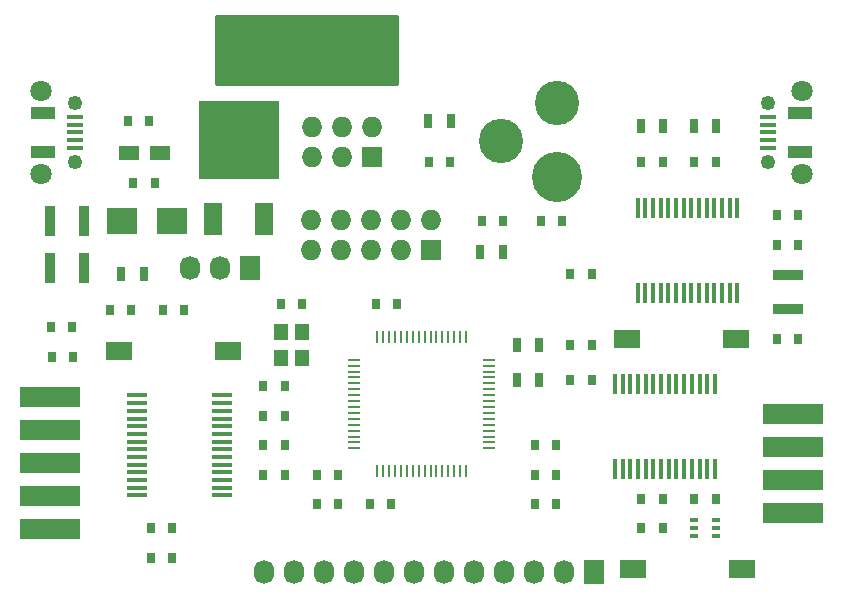
<source format=gts>
G04 #@! TF.FileFunction,Soldermask,Top*
%FSLAX46Y46*%
G04 Gerber Fmt 4.6, Leading zero omitted, Abs format (unit mm)*
G04 Created by KiCad (PCBNEW 4.0.0-rc1-stable) date 10/26/2015 2:10:55 PM*
%MOMM*%
G01*
G04 APERTURE LIST*
%ADD10C,0.100000*%
%ADD11R,5.080000X1.778000*%
%ADD12R,0.800000X0.900000*%
%ADD13R,1.800000X1.230000*%
%ADD14R,0.900000X2.500000*%
%ADD15R,2.500000X0.900000*%
%ADD16R,1.550000X2.780000*%
%ADD17R,6.740000X6.730000*%
%ADD18R,0.749300X0.398780*%
%ADD19R,1.727200X1.727200*%
%ADD20O,1.727200X1.727200*%
%ADD21R,0.700000X1.300000*%
%ADD22R,1.727200X2.032000*%
%ADD23O,1.727200X2.032000*%
%ADD24C,1.800000*%
%ADD25R,1.350000X0.400000*%
%ADD26C,1.250000*%
%ADD27R,2.100000X1.100000*%
%ADD28R,0.250000X1.000000*%
%ADD29R,1.000000X0.250000*%
%ADD30R,0.450000X1.750000*%
%ADD31R,1.750000X0.450000*%
%ADD32R,1.200000X1.400000*%
%ADD33R,2.180000X1.600000*%
%ADD34C,3.750000*%
%ADD35C,4.250000*%
%ADD36R,2.499360X2.301240*%
%ADD37C,0.254000*%
G04 APERTURE END LIST*
D10*
D11*
X42540000Y-140206000D03*
X42540000Y-143000000D03*
X42540000Y-145794000D03*
X42540000Y-148588000D03*
X42540000Y-137412000D03*
D12*
X49100000Y-114000000D03*
X50900000Y-114000000D03*
X104100000Y-124500000D03*
X105900000Y-124500000D03*
X104100000Y-122000000D03*
X105900000Y-122000000D03*
X62400000Y-136500000D03*
X60600000Y-136500000D03*
X62400000Y-139000000D03*
X60600000Y-139000000D03*
X42700000Y-134000000D03*
X44500000Y-134000000D03*
D13*
X49190000Y-116750000D03*
X51810000Y-116750000D03*
D12*
X51400000Y-119250000D03*
X49600000Y-119250000D03*
X98900000Y-146000000D03*
X97100000Y-146000000D03*
X69600000Y-146500000D03*
X71400000Y-146500000D03*
X88400000Y-127000000D03*
X86600000Y-127000000D03*
X83600000Y-141500000D03*
X85400000Y-141500000D03*
D14*
X42550000Y-122500000D03*
X45450000Y-122500000D03*
D15*
X105000000Y-129950000D03*
X105000000Y-127050000D03*
D14*
X42550000Y-126500000D03*
X45450000Y-126500000D03*
D12*
X85400000Y-144000000D03*
X83600000Y-144000000D03*
X85400000Y-146500000D03*
X83600000Y-146500000D03*
X80900000Y-122500000D03*
X79100000Y-122500000D03*
X84100000Y-122500000D03*
X85900000Y-122500000D03*
X92600000Y-117500000D03*
X94400000Y-117500000D03*
X98900000Y-117500000D03*
X97100000Y-117500000D03*
X42600000Y-131500000D03*
X44400000Y-131500000D03*
X86600000Y-136000000D03*
X88400000Y-136000000D03*
X86600000Y-133000000D03*
X88400000Y-133000000D03*
X76400000Y-117500000D03*
X74600000Y-117500000D03*
D16*
X60680000Y-122300000D03*
D17*
X58500000Y-115665000D03*
D16*
X56320000Y-122300000D03*
D18*
X97050040Y-147849760D03*
X97050040Y-148500000D03*
X97050040Y-149150240D03*
X98949960Y-149150240D03*
X98949960Y-148500000D03*
X98949960Y-147849760D03*
D19*
X74800000Y-125000000D03*
D20*
X74800000Y-122460000D03*
X72260000Y-125000000D03*
X72260000Y-122460000D03*
X69720000Y-125000000D03*
X69720000Y-122460000D03*
X67180000Y-125000000D03*
X67180000Y-122460000D03*
X64640000Y-125000000D03*
X64640000Y-122460000D03*
D19*
X69800000Y-117100000D03*
D20*
X69800000Y-114560000D03*
X67260000Y-117100000D03*
X67260000Y-114560000D03*
X64720000Y-117100000D03*
X64720000Y-114560000D03*
D21*
X94450000Y-114500000D03*
X92550000Y-114500000D03*
X97050000Y-114500000D03*
X98950000Y-114500000D03*
X82050000Y-136000000D03*
X83950000Y-136000000D03*
X82050000Y-133000000D03*
X83950000Y-133000000D03*
X76450000Y-114000000D03*
X74550000Y-114000000D03*
X50450000Y-127000000D03*
X48550000Y-127000000D03*
X78950000Y-125100000D03*
X80850000Y-125100000D03*
D22*
X59500000Y-126500000D03*
D23*
X56960000Y-126500000D03*
X54420000Y-126500000D03*
D24*
X41762540Y-111499100D03*
D25*
X44662540Y-113699100D03*
X44662540Y-114349100D03*
X44662540Y-114999100D03*
X44662540Y-115649100D03*
X44662540Y-116299100D03*
D26*
X44662540Y-112499100D03*
X44662540Y-117499100D03*
D24*
X41762540Y-118499100D03*
D27*
X41950000Y-113350000D03*
X41950000Y-116650000D03*
D24*
X106237460Y-118500900D03*
D25*
X103337460Y-116300900D03*
X103337460Y-115650900D03*
X103337460Y-115000900D03*
X103337460Y-114350900D03*
X103337460Y-113700900D03*
D26*
X103337460Y-117500900D03*
X103337460Y-112500900D03*
D24*
X106237460Y-111500900D03*
D27*
X106050000Y-116650000D03*
X106050000Y-113350000D03*
D22*
X88600000Y-152200000D03*
D23*
X86060000Y-152200000D03*
X83520000Y-152200000D03*
X80980000Y-152200000D03*
X78440000Y-152200000D03*
X75900000Y-152200000D03*
X73360000Y-152200000D03*
X70820000Y-152200000D03*
X68280000Y-152200000D03*
X65740000Y-152200000D03*
X63200000Y-152200000D03*
X60660000Y-152200000D03*
D12*
X66900000Y-144000000D03*
X65100000Y-144000000D03*
X63900000Y-129500000D03*
X62100000Y-129500000D03*
X62400000Y-141500000D03*
X60600000Y-141500000D03*
X66900000Y-146500000D03*
X65100000Y-146500000D03*
X60600000Y-144000000D03*
X62400000Y-144000000D03*
D28*
X77750000Y-132300000D03*
X77250000Y-132300000D03*
X76750000Y-132300000D03*
X76250000Y-132300000D03*
X75750000Y-132300000D03*
X75250000Y-132300000D03*
X74750000Y-132300000D03*
X74250000Y-132300000D03*
X73750000Y-132300000D03*
X73250000Y-132300000D03*
X72750000Y-132300000D03*
X72250000Y-132300000D03*
X71750000Y-132300000D03*
X71250000Y-132300000D03*
X70750000Y-132300000D03*
X70250000Y-132300000D03*
D29*
X68300000Y-134250000D03*
X68300000Y-134750000D03*
X68300000Y-135250000D03*
X68300000Y-135750000D03*
X68300000Y-136250000D03*
X68300000Y-136750000D03*
X68300000Y-137250000D03*
X68300000Y-137750000D03*
X68300000Y-138250000D03*
X68300000Y-138750000D03*
X68300000Y-139250000D03*
X68300000Y-139750000D03*
X68300000Y-140250000D03*
X68300000Y-140750000D03*
X68300000Y-141250000D03*
X68300000Y-141750000D03*
D28*
X70250000Y-143700000D03*
X70750000Y-143700000D03*
X71250000Y-143700000D03*
X71750000Y-143700000D03*
X72250000Y-143700000D03*
X72750000Y-143700000D03*
X73250000Y-143700000D03*
X73750000Y-143700000D03*
X74250000Y-143700000D03*
X74750000Y-143700000D03*
X75250000Y-143700000D03*
X75750000Y-143700000D03*
X76250000Y-143700000D03*
X76750000Y-143700000D03*
X77250000Y-143700000D03*
X77750000Y-143700000D03*
D29*
X79700000Y-141750000D03*
X79700000Y-141250000D03*
X79700000Y-140750000D03*
X79700000Y-140250000D03*
X79700000Y-139750000D03*
X79700000Y-139250000D03*
X79700000Y-138750000D03*
X79700000Y-138250000D03*
X79700000Y-137750000D03*
X79700000Y-137250000D03*
X79700000Y-136750000D03*
X79700000Y-136250000D03*
X79700000Y-135750000D03*
X79700000Y-135250000D03*
X79700000Y-134750000D03*
X79700000Y-134250000D03*
D30*
X92275000Y-128600000D03*
X92925000Y-128600000D03*
X93575000Y-128600000D03*
X94225000Y-128600000D03*
X94875000Y-128600000D03*
X95525000Y-128600000D03*
X96175000Y-128600000D03*
X96825000Y-128600000D03*
X97475000Y-128600000D03*
X98125000Y-128600000D03*
X98775000Y-128600000D03*
X99425000Y-128600000D03*
X100075000Y-128600000D03*
X100725000Y-128600000D03*
X100725000Y-121400000D03*
X100075000Y-121400000D03*
X99425000Y-121400000D03*
X98775000Y-121400000D03*
X98125000Y-121400000D03*
X97475000Y-121400000D03*
X96825000Y-121400000D03*
X96175000Y-121400000D03*
X95525000Y-121400000D03*
X94875000Y-121400000D03*
X94225000Y-121400000D03*
X93575000Y-121400000D03*
X92925000Y-121400000D03*
X92275000Y-121400000D03*
D31*
X49900000Y-137275000D03*
X49900000Y-137925000D03*
X49900000Y-138575000D03*
X49900000Y-139225000D03*
X49900000Y-139875000D03*
X49900000Y-140525000D03*
X49900000Y-141175000D03*
X49900000Y-141825000D03*
X49900000Y-142475000D03*
X49900000Y-143125000D03*
X49900000Y-143775000D03*
X49900000Y-144425000D03*
X49900000Y-145075000D03*
X49900000Y-145725000D03*
X57100000Y-145725000D03*
X57100000Y-145075000D03*
X57100000Y-144425000D03*
X57100000Y-143775000D03*
X57100000Y-143125000D03*
X57100000Y-142475000D03*
X57100000Y-141825000D03*
X57100000Y-141175000D03*
X57100000Y-140525000D03*
X57100000Y-139875000D03*
X57100000Y-139225000D03*
X57100000Y-138575000D03*
X57100000Y-137925000D03*
X57100000Y-137275000D03*
D30*
X98825000Y-136300000D03*
X98175000Y-136300000D03*
X97525000Y-136300000D03*
X96875000Y-136300000D03*
X96225000Y-136300000D03*
X95575000Y-136300000D03*
X94925000Y-136300000D03*
X94275000Y-136300000D03*
X93625000Y-136300000D03*
X92975000Y-136300000D03*
X92325000Y-136300000D03*
X91675000Y-136300000D03*
X91025000Y-136300000D03*
X90375000Y-136300000D03*
X90375000Y-143500000D03*
X91025000Y-143500000D03*
X91675000Y-143500000D03*
X92325000Y-143500000D03*
X92975000Y-143500000D03*
X93625000Y-143500000D03*
X94275000Y-143500000D03*
X94925000Y-143500000D03*
X95575000Y-143500000D03*
X96225000Y-143500000D03*
X96875000Y-143500000D03*
X97525000Y-143500000D03*
X98175000Y-143500000D03*
X98825000Y-143500000D03*
D32*
X63900000Y-134100000D03*
X63900000Y-131900000D03*
X62100000Y-131900000D03*
X62100000Y-134100000D03*
D33*
X91897570Y-151997680D03*
X101102430Y-152002320D03*
D12*
X71900000Y-129500000D03*
X70100000Y-129500000D03*
X53900000Y-130000000D03*
X52100000Y-130000000D03*
X51100000Y-148500000D03*
X52900000Y-148500000D03*
X94400000Y-148500000D03*
X92600000Y-148500000D03*
X51100000Y-151000000D03*
X52900000Y-151000000D03*
X94400000Y-146000000D03*
X92600000Y-146000000D03*
D34*
X85500000Y-112500000D03*
D35*
X85500000Y-118740000D03*
D34*
X80700000Y-115750000D03*
D33*
X48397570Y-133497680D03*
X57602430Y-133502320D03*
X100602430Y-132502320D03*
X91397570Y-132497680D03*
D12*
X47600000Y-130000000D03*
X49400000Y-130000000D03*
X104100000Y-132500000D03*
X105900000Y-132500000D03*
D11*
X105460000Y-147191000D03*
X105460000Y-144397000D03*
X105460000Y-141603000D03*
X105460000Y-138809000D03*
D36*
X52898840Y-122500000D03*
X48601160Y-122500000D03*
D37*
G36*
X71873000Y-110873000D02*
X56627000Y-110873000D01*
X56627000Y-105127000D01*
X71873000Y-105127000D01*
X71873000Y-110873000D01*
X71873000Y-110873000D01*
G37*
X71873000Y-110873000D02*
X56627000Y-110873000D01*
X56627000Y-105127000D01*
X71873000Y-105127000D01*
X71873000Y-110873000D01*
M02*

</source>
